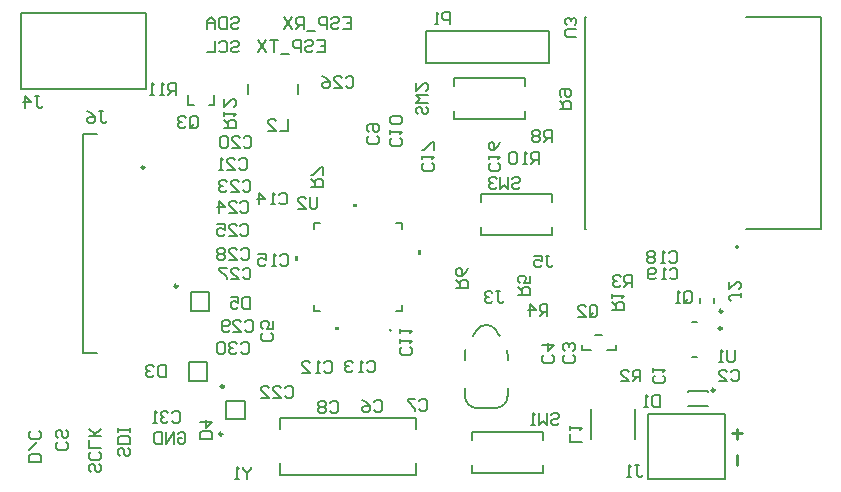
<source format=gbr>
%TF.GenerationSoftware,Altium Limited,Altium Designer,23.6.0 (18)*%
G04 Layer_Color=32896*
%FSLAX43Y43*%
%MOMM*%
%TF.SameCoordinates,6C6526E1-C053-4265-BDC0-CB623CBAD704*%
%TF.FilePolarity,Positive*%
%TF.FileFunction,Legend,Bot*%
%TF.Part,Single*%
G01*
G75*
%TA.AperFunction,NonConductor*%
%ADD51C,0.254*%
%ADD52C,0.200*%
%ADD53C,0.250*%
%ADD54C,0.152*%
%ADD55C,0.127*%
G36*
X27441Y15899D02*
Y15645D01*
X27059D01*
Y15899D01*
X27441D01*
D02*
G37*
G36*
X23899Y21941D02*
Y21559D01*
X23645D01*
Y21941D01*
X23899D01*
D02*
G37*
G36*
X28941Y26101D02*
Y26355D01*
X28559D01*
Y26101D01*
X28941D01*
D02*
G37*
G36*
X34101Y22441D02*
Y22059D01*
X34355D01*
Y22441D01*
X34101D01*
D02*
G37*
D51*
X61100Y4284D02*
Y5084D01*
X60720Y6925D02*
X61520D01*
X61100Y6490D02*
Y7290D01*
D52*
X61200Y22700D02*
G03*
X61200Y22700I-100J0D01*
G01*
X38078Y10073D02*
G03*
X39078Y9073I1000J0D01*
G01*
X38120Y13960D02*
G03*
X38078Y13673I958J-287D01*
G01*
X40694Y15684D02*
G03*
X39062Y15684I-816J-567D01*
G01*
X40678Y9073D02*
G03*
X41678Y10073I0J1000D01*
G01*
Y13673D02*
G03*
X41636Y13960I-1000J0D01*
G01*
X49117Y15255D02*
X49689D01*
X50853Y13955D02*
Y14378D01*
X47953Y13955D02*
X48739D01*
X50067D02*
X50853D01*
X47953D02*
Y14378D01*
X38656Y7084D02*
X44656D01*
X38656Y3584D02*
X44656D01*
Y6384D02*
Y7084D01*
X38656Y6384D02*
Y7084D01*
Y3584D02*
Y4284D01*
X44656Y3584D02*
Y4284D01*
X5775Y13725D02*
X6900D01*
X5775Y32275D02*
X6900D01*
X5775Y13725D02*
Y32275D01*
X57991Y17996D02*
Y18396D01*
X59191Y17996D02*
Y18396D01*
X53600Y3080D02*
Y8560D01*
Y3080D02*
X60100D01*
Y8560D01*
X53600D02*
X60100D01*
X39078Y9073D02*
X40678D01*
X38854Y15314D02*
X39062Y15684D01*
X38750Y15129D02*
X38854Y15314D01*
X40902D02*
X41006Y15129D01*
X40694Y15684D02*
X40902Y15314D01*
X38078Y13113D02*
Y13673D01*
Y10073D02*
X38078Y10773D01*
X41678D02*
X41678Y10073D01*
Y13113D02*
Y13673D01*
X22415Y3417D02*
X33965D01*
Y7267D02*
Y8267D01*
Y3417D02*
Y4417D01*
X22415Y8267D02*
X33965D01*
X22415Y7267D02*
Y8267D01*
Y3417D02*
Y4417D01*
X19744Y35643D02*
Y36493D01*
X23944Y35643D02*
Y36493D01*
X57267Y13359D02*
X57716D01*
X57267Y16359D02*
X57716D01*
X58635Y9218D02*
Y9283D01*
X56935Y9218D02*
X58635D01*
X56935D02*
Y9283D01*
X58635Y10453D02*
Y10518D01*
X56935D02*
X58635D01*
X56935Y10453D02*
Y10518D01*
X14854Y17322D02*
Y18922D01*
Y17322D02*
X16413D01*
X14854Y18922D02*
X16413D01*
Y17322D02*
Y18922D01*
X505Y36050D02*
X11065D01*
Y42550D01*
X505D02*
X11065D01*
X505Y36050D02*
Y42550D01*
X43124Y33510D02*
Y34210D01*
X37124Y33510D02*
Y34210D01*
Y36310D02*
Y37010D01*
X43124Y36310D02*
Y37010D01*
X37124Y33510D02*
X43124D01*
X37124Y37010D02*
X43124D01*
X45418Y23703D02*
Y24403D01*
X39418Y23703D02*
Y24403D01*
Y26503D02*
Y27203D01*
X45418Y26503D02*
Y27203D01*
X39418Y23703D02*
X45418D01*
X39418Y27203D02*
X45418D01*
X34745Y38280D02*
X45205D01*
Y40970D01*
X34745D02*
X45205D01*
X34745Y38280D02*
Y40970D01*
X16850Y34700D02*
Y35571D01*
X14650Y34700D02*
X15095D01*
X16404D02*
X16850D01*
X14650D02*
Y35571D01*
X14714Y11353D02*
Y12953D01*
Y11353D02*
X16274D01*
X14714Y12953D02*
X16274D01*
Y11353D02*
Y12953D01*
X17869Y9670D02*
X19469D01*
X17869Y8110D02*
Y9670D01*
X19469Y8110D02*
Y9670D01*
X17869Y8110D02*
X19469D01*
X48620Y16985D02*
Y17651D01*
X48786Y17818D01*
X49119D01*
X49286Y17651D01*
Y16985D01*
X49119Y16818D01*
X48786D01*
X48953Y17151D02*
X48620Y16818D01*
X48786D02*
X48620Y16985D01*
X47620Y16818D02*
X48286D01*
X47620Y17485D01*
Y17651D01*
X47787Y17818D01*
X48120D01*
X48286Y17651D01*
X18241Y40008D02*
X18408Y40175D01*
X18741D01*
X18908Y40008D01*
Y39842D01*
X18741Y39675D01*
X18408D01*
X18241Y39508D01*
Y39342D01*
X18408Y39175D01*
X18741D01*
X18908Y39342D01*
X17242Y40008D02*
X17408Y40175D01*
X17742D01*
X17908Y40008D01*
Y39342D01*
X17742Y39175D01*
X17408D01*
X17242Y39342D01*
X16909Y40175D02*
Y39175D01*
X16242D01*
X45331Y8461D02*
X45497Y8628D01*
X45831D01*
X45997Y8461D01*
Y8295D01*
X45831Y8128D01*
X45497D01*
X45331Y7961D01*
Y7795D01*
X45497Y7628D01*
X45831D01*
X45997Y7795D01*
X44998Y8628D02*
Y7628D01*
X44664Y7961D01*
X44331Y7628D01*
Y8628D01*
X43998Y7628D02*
X43665D01*
X43831D01*
Y8628D01*
X43998Y8461D01*
X25540Y40208D02*
X26207D01*
Y39208D01*
X25540D01*
X26207Y39708D02*
X25873D01*
X24540Y40042D02*
X24707Y40208D01*
X25040D01*
X25207Y40042D01*
Y39875D01*
X25040Y39708D01*
X24707D01*
X24540Y39542D01*
Y39375D01*
X24707Y39208D01*
X25040D01*
X25207Y39375D01*
X24207Y39208D02*
Y40208D01*
X23707D01*
X23541Y40042D01*
Y39708D01*
X23707Y39542D01*
X24207D01*
X23208Y39042D02*
X22541D01*
X22208Y40208D02*
X21541D01*
X21875D01*
Y39208D01*
X21208Y40208D02*
X20542Y39208D01*
Y40208D02*
X21208Y39208D01*
X2150Y4492D02*
X1150D01*
Y4992D01*
X1317Y5159D01*
X1983D01*
X2150Y4992D01*
Y4492D01*
X1150Y5492D02*
X1817Y6158D01*
X1983Y7158D02*
X2150Y6991D01*
Y6658D01*
X1983Y6491D01*
X1317D01*
X1150Y6658D01*
Y6991D01*
X1317Y7158D01*
X16623Y6422D02*
X15624D01*
Y6922D01*
X15790Y7088D01*
X16457D01*
X16623Y6922D01*
Y6422D01*
X15624Y7921D02*
X16623D01*
X16124Y7422D01*
Y8088D01*
X22841Y10758D02*
X23008Y10925D01*
X23341D01*
X23508Y10758D01*
Y10092D01*
X23341Y9925D01*
X23008D01*
X22841Y10092D01*
X21842Y9925D02*
X22508D01*
X21842Y10592D01*
Y10758D01*
X22008Y10925D01*
X22342D01*
X22508Y10758D01*
X20842Y9925D02*
X21509D01*
X20842Y10592D01*
Y10758D01*
X21009Y10925D01*
X21342D01*
X21509Y10758D01*
X19966Y4056D02*
Y3889D01*
X19633Y3556D01*
X19300Y3889D01*
Y4056D01*
X19633Y3556D02*
Y3056D01*
X18967D02*
X18634D01*
X18800D01*
Y4056D01*
X18967Y3889D01*
X30357Y9604D02*
X30523Y9771D01*
X30856D01*
X31023Y9604D01*
Y8938D01*
X30856Y8771D01*
X30523D01*
X30357Y8938D01*
X29357Y9771D02*
X29690Y9604D01*
X30023Y9271D01*
Y8938D01*
X29857Y8771D01*
X29524D01*
X29357Y8938D01*
Y9104D01*
X29524Y9271D01*
X30023D01*
X26654Y9511D02*
X26820Y9678D01*
X27153D01*
X27320Y9511D01*
Y8845D01*
X27153Y8678D01*
X26820D01*
X26654Y8845D01*
X26320Y9511D02*
X26154Y9678D01*
X25821D01*
X25654Y9511D01*
Y9345D01*
X25821Y9178D01*
X25654Y9011D01*
Y8845D01*
X25821Y8678D01*
X26154D01*
X26320Y8845D01*
Y9011D01*
X26154Y9178D01*
X26320Y9345D01*
Y9511D01*
X26154Y9178D02*
X25821D01*
X7058Y4334D02*
X7225Y4167D01*
Y3834D01*
X7058Y3667D01*
X6892D01*
X6725Y3834D01*
Y4167D01*
X6558Y4334D01*
X6392D01*
X6225Y4167D01*
Y3834D01*
X6392Y3667D01*
X7058Y5333D02*
X7225Y5167D01*
Y4834D01*
X7058Y4667D01*
X6392D01*
X6225Y4834D01*
Y5167D01*
X6392Y5333D01*
X7225Y5667D02*
X6225D01*
Y6333D01*
X7225Y6666D02*
X6225D01*
X6558D01*
X7225Y7333D01*
X6725Y6833D01*
X6225Y7333D01*
X4308Y6183D02*
X4475Y6017D01*
Y5684D01*
X4308Y5517D01*
X3642D01*
X3475Y5684D01*
Y6017D01*
X3642Y6183D01*
X4308Y7183D02*
X4475Y7016D01*
Y6683D01*
X4308Y6517D01*
X4142D01*
X3975Y6683D01*
Y7016D01*
X3808Y7183D01*
X3642D01*
X3475Y7016D01*
Y6683D01*
X3642Y6517D01*
X18266Y41983D02*
X18433Y42150D01*
X18766D01*
X18933Y41983D01*
Y41817D01*
X18766Y41650D01*
X18433D01*
X18266Y41483D01*
Y41317D01*
X18433Y41150D01*
X18766D01*
X18933Y41317D01*
X17933Y42150D02*
Y41150D01*
X17433D01*
X17267Y41317D01*
Y41983D01*
X17433Y42150D01*
X17933D01*
X16934Y41150D02*
Y41817D01*
X16600Y42150D01*
X16267Y41817D01*
Y41150D01*
Y41650D01*
X16934D01*
X9546Y5675D02*
X9712Y5509D01*
Y5175D01*
X9546Y5009D01*
X9379D01*
X9212Y5175D01*
Y5509D01*
X9046Y5675D01*
X8879D01*
X8713Y5509D01*
Y5175D01*
X8879Y5009D01*
X9712Y6008D02*
X8713D01*
Y6508D01*
X8879Y6675D01*
X9546D01*
X9712Y6508D01*
Y6008D01*
Y7008D02*
Y7341D01*
Y7175D01*
X8713D01*
Y7008D01*
Y7341D01*
X13741Y6858D02*
X13908Y7025D01*
X14241D01*
X14408Y6858D01*
Y6192D01*
X14241Y6025D01*
X13908D01*
X13741Y6192D01*
Y6525D01*
X14075D01*
X13408Y6025D02*
Y7025D01*
X12742Y6025D01*
Y7025D01*
X12409D02*
Y6025D01*
X11909D01*
X11742Y6192D01*
Y6858D01*
X11909Y7025D01*
X12409D01*
X7073Y34225D02*
X7407D01*
X7240D01*
Y33392D01*
X7407Y33225D01*
X7573D01*
X7740Y33392D01*
X6074Y34225D02*
X6407Y34058D01*
X6740Y33725D01*
Y33392D01*
X6574Y33225D01*
X6240D01*
X6074Y33392D01*
Y33558D01*
X6240Y33725D01*
X6740D01*
X27741Y42183D02*
X28407D01*
Y41183D01*
X27741D01*
X28407Y41683D02*
X28074D01*
X26741Y42017D02*
X26908Y42183D01*
X27241D01*
X27408Y42017D01*
Y41850D01*
X27241Y41683D01*
X26908D01*
X26741Y41517D01*
Y41350D01*
X26908Y41183D01*
X27241D01*
X27408Y41350D01*
X26408Y41183D02*
Y42183D01*
X25908D01*
X25742Y42017D01*
Y41683D01*
X25908Y41517D01*
X26408D01*
X25408Y41017D02*
X24742D01*
X24409Y41183D02*
Y42183D01*
X23909D01*
X23742Y42017D01*
Y41683D01*
X23909Y41517D01*
X24409D01*
X24075D02*
X23742Y41183D01*
X23409Y42183D02*
X22743Y41183D01*
Y42183D02*
X23409Y41183D01*
X40738Y18959D02*
X41072D01*
X40905D01*
Y18126D01*
X41072Y17959D01*
X41238D01*
X41405Y18126D01*
X40405Y18792D02*
X40239Y18959D01*
X39905D01*
X39739Y18792D01*
Y18626D01*
X39905Y18459D01*
X40072D01*
X39905D01*
X39739Y18292D01*
Y18126D01*
X39905Y17959D01*
X40239D01*
X40405Y18126D01*
X17664Y32762D02*
X18664D01*
Y33262D01*
X18497Y33429D01*
X18164D01*
X17997Y33262D01*
Y32762D01*
Y33096D02*
X17664Y33429D01*
Y33762D02*
Y34095D01*
Y33929D01*
X18664D01*
X18497Y33762D01*
X17664Y35262D02*
Y34595D01*
X18331Y35262D01*
X18497D01*
X18664Y35095D01*
Y34762D01*
X18497Y34595D01*
X25583Y26916D02*
Y26083D01*
X25416Y25916D01*
X25083D01*
X24917Y26083D01*
Y26916D01*
X23917Y25916D02*
X24583D01*
X23917Y26583D01*
Y26749D01*
X24084Y26916D01*
X24417D01*
X24583Y26749D01*
X36831Y41578D02*
Y42578D01*
X36332D01*
X36165Y42411D01*
Y42078D01*
X36332Y41911D01*
X36831D01*
X35832Y41578D02*
X35499D01*
X35665D01*
Y42578D01*
X35832Y42411D01*
X1691Y35450D02*
X2024D01*
X1857D01*
Y34617D01*
X2024Y34450D01*
X2190D01*
X2357Y34617D01*
X858Y34450D02*
Y35450D01*
X1357Y34950D01*
X691D01*
X52450Y4250D02*
X52783D01*
X52617D01*
Y3417D01*
X52783Y3250D01*
X52950D01*
X53116Y3417D01*
X52117Y3250D02*
X51784D01*
X51950D01*
Y4250D01*
X52117Y4083D01*
X47517Y40467D02*
X46684D01*
X46517Y40634D01*
Y40967D01*
X46684Y41133D01*
X47517D01*
X47350Y41467D02*
X47517Y41633D01*
Y41966D01*
X47350Y42133D01*
X47184D01*
X47017Y41966D01*
Y41800D01*
Y41966D01*
X46850Y42133D01*
X46684D01*
X46517Y41966D01*
Y41633D01*
X46684Y41467D01*
X60958Y13976D02*
Y13143D01*
X60791Y12976D01*
X60458D01*
X60292Y13143D01*
Y13976D01*
X59958Y12976D02*
X59625D01*
X59792D01*
Y13976D01*
X59958Y13809D01*
X42083Y28449D02*
X42250Y28616D01*
X42583D01*
X42750Y28449D01*
Y28283D01*
X42583Y28116D01*
X42250D01*
X42083Y27950D01*
Y27783D01*
X42250Y27616D01*
X42583D01*
X42750Y27783D01*
X41750Y28616D02*
Y27616D01*
X41417Y27950D01*
X41083Y27616D01*
Y28616D01*
X40750Y28449D02*
X40584Y28616D01*
X40250D01*
X40084Y28449D01*
Y28283D01*
X40250Y28116D01*
X40417D01*
X40250D01*
X40084Y27950D01*
Y27783D01*
X40250Y27616D01*
X40584D01*
X40750Y27783D01*
X34742Y34594D02*
X34909Y34427D01*
Y34094D01*
X34742Y33927D01*
X34576D01*
X34409Y34094D01*
Y34427D01*
X34242Y34594D01*
X34076D01*
X33909Y34427D01*
Y34094D01*
X34076Y33927D01*
X34909Y34927D02*
X33909D01*
X34242Y35260D01*
X33909Y35593D01*
X34909D01*
X33909Y36593D02*
Y35926D01*
X34576Y36593D01*
X34742D01*
X34909Y36426D01*
Y36093D01*
X34742Y35926D01*
X13616Y35574D02*
Y36573D01*
X13116D01*
X12950Y36407D01*
Y36074D01*
X13116Y35907D01*
X13616D01*
X13283D02*
X12950Y35574D01*
X12616D02*
X12283D01*
X12450D01*
Y36573D01*
X12616Y36407D01*
X11783Y35574D02*
X11450D01*
X11617D01*
Y36573D01*
X11783Y36407D01*
X44310Y29733D02*
Y30733D01*
X43810D01*
X43644Y30566D01*
Y30233D01*
X43810Y30066D01*
X44310D01*
X43977D02*
X43644Y29733D01*
X43311D02*
X42977D01*
X43144D01*
Y30733D01*
X43311Y30566D01*
X42477D02*
X42311Y30733D01*
X41978D01*
X41811Y30566D01*
Y29900D01*
X41978Y29733D01*
X42311D01*
X42477Y29900D01*
Y30566D01*
X46081Y34427D02*
X47081D01*
Y34927D01*
X46914Y35093D01*
X46581D01*
X46414Y34927D01*
Y34427D01*
Y34760D02*
X46081Y35093D01*
X46248Y35427D02*
X46081Y35593D01*
Y35926D01*
X46248Y36093D01*
X46914D01*
X47081Y35926D01*
Y35593D01*
X46914Y35427D01*
X46748D01*
X46581Y35593D01*
Y36093D01*
X45424Y31617D02*
Y32617D01*
X44924D01*
X44758Y32450D01*
Y32117D01*
X44924Y31950D01*
X45424D01*
X45091D02*
X44758Y31617D01*
X44424Y32450D02*
X44258Y32617D01*
X43925D01*
X43758Y32450D01*
Y32284D01*
X43925Y32117D01*
X43758Y31950D01*
Y31784D01*
X43925Y31617D01*
X44258D01*
X44424Y31784D01*
Y31950D01*
X44258Y32117D01*
X44424Y32284D01*
Y32450D01*
X44258Y32117D02*
X43925D01*
X25028Y27791D02*
X26028D01*
Y28290D01*
X25861Y28457D01*
X25528D01*
X25361Y28290D01*
Y27791D01*
Y28124D02*
X25028Y28457D01*
X26028Y28790D02*
Y29457D01*
X25861D01*
X25194Y28790D01*
X25028D01*
X37325Y19242D02*
X38325D01*
Y19742D01*
X38158Y19908D01*
X37825D01*
X37658Y19742D01*
Y19242D01*
Y19575D02*
X37325Y19908D01*
X38325Y20908D02*
X38158Y20575D01*
X37825Y20242D01*
X37492D01*
X37325Y20408D01*
Y20741D01*
X37492Y20908D01*
X37658D01*
X37825Y20741D01*
Y20242D01*
X42553Y18626D02*
X43553D01*
Y19126D01*
X43386Y19292D01*
X43053D01*
X42886Y19126D01*
Y18626D01*
Y18959D02*
X42553Y19292D01*
X43553Y20292D02*
Y19626D01*
X43053D01*
X43220Y19959D01*
Y20125D01*
X43053Y20292D01*
X42720D01*
X42553Y20125D01*
Y19792D01*
X42720Y19626D01*
X45058Y16883D02*
Y17883D01*
X44558D01*
X44392Y17716D01*
Y17383D01*
X44558Y17216D01*
X45058D01*
X44725D02*
X44392Y16883D01*
X43559D02*
Y17883D01*
X44058Y17383D01*
X43392D01*
X52247Y19304D02*
Y20304D01*
X51747D01*
X51580Y20137D01*
Y19804D01*
X51747Y19637D01*
X52247D01*
X51914D02*
X51580Y19304D01*
X51247Y20137D02*
X51081Y20304D01*
X50747D01*
X50581Y20137D01*
Y19971D01*
X50747Y19804D01*
X50914D01*
X50747D01*
X50581Y19637D01*
Y19471D01*
X50747Y19304D01*
X51081D01*
X51247Y19471D01*
X52933Y11325D02*
Y12325D01*
X52433D01*
X52267Y12158D01*
Y11825D01*
X52433Y11658D01*
X52933D01*
X52600D02*
X52267Y11325D01*
X51267D02*
X51933D01*
X51267Y11992D01*
Y12158D01*
X51434Y12325D01*
X51767D01*
X51933Y12158D01*
X50545Y17377D02*
X51545D01*
Y17876D01*
X51378Y18043D01*
X51045D01*
X50878Y17876D01*
Y17377D01*
Y17710D02*
X50545Y18043D01*
Y18376D02*
Y18709D01*
Y18543D01*
X51545D01*
X51378Y18376D01*
X14772Y32989D02*
Y33655D01*
X14939Y33822D01*
X15272D01*
X15439Y33655D01*
Y32989D01*
X15272Y32822D01*
X14939D01*
X15105Y33155D02*
X14772Y32822D01*
X14939D02*
X14772Y32989D01*
X14439Y33655D02*
X14272Y33822D01*
X13939D01*
X13772Y33655D01*
Y33489D01*
X13939Y33322D01*
X14106D01*
X13939D01*
X13772Y33155D01*
Y32989D01*
X13939Y32822D01*
X14272D01*
X14439Y32989D01*
X56600Y18126D02*
Y18792D01*
X56767Y18959D01*
X57100D01*
X57266Y18792D01*
Y18126D01*
X57100Y17959D01*
X56767D01*
X56933Y18292D02*
X56600Y17959D01*
X56767D02*
X56600Y18126D01*
X56267Y17959D02*
X55934D01*
X56100D01*
Y18959D01*
X56267Y18792D01*
X23086Y33550D02*
Y32550D01*
X22419D01*
X21420D02*
X22086D01*
X21420Y33217D01*
Y33383D01*
X21586Y33550D01*
X21920D01*
X22086Y33383D01*
X47998Y6203D02*
X46998D01*
Y6869D01*
Y7202D02*
Y7535D01*
Y7369D01*
X47998D01*
X47831Y7202D01*
X44894Y21978D02*
X45228D01*
X45061D01*
Y21145D01*
X45228Y20978D01*
X45394D01*
X45561Y21145D01*
X43895Y21978D02*
X44561D01*
Y21478D01*
X44228Y21644D01*
X44061D01*
X43895Y21478D01*
Y21145D01*
X44061Y20978D01*
X44395D01*
X44561Y21145D01*
X61445Y18782D02*
Y18449D01*
Y18616D01*
X60612D01*
X60445Y18449D01*
Y18283D01*
X60612Y18116D01*
X60445Y19782D02*
Y19116D01*
X61112Y19782D01*
X61278D01*
X61445Y19615D01*
Y19282D01*
X61278Y19116D01*
X19896Y18491D02*
Y17491D01*
X19396D01*
X19229Y17658D01*
Y18324D01*
X19396Y18491D01*
X19896D01*
X18229D02*
X18896D01*
Y17991D01*
X18563Y18158D01*
X18396D01*
X18229Y17991D01*
Y17658D01*
X18396Y17491D01*
X18729D01*
X18896Y17658D01*
X12771Y12692D02*
Y11692D01*
X12271D01*
X12105Y11859D01*
Y12525D01*
X12271Y12692D01*
X12771D01*
X11771Y12525D02*
X11605Y12692D01*
X11272D01*
X11105Y12525D01*
Y12359D01*
X11272Y12192D01*
X11438D01*
X11272D01*
X11105Y12025D01*
Y11859D01*
X11272Y11692D01*
X11605D01*
X11771Y11859D01*
X54566Y10175D02*
Y9175D01*
X54067D01*
X53900Y9342D01*
Y10008D01*
X54067Y10175D01*
X54566D01*
X53567Y9175D02*
X53234D01*
X53400D01*
Y10175D01*
X53567Y10008D01*
X13300Y8633D02*
X13466Y8800D01*
X13800D01*
X13966Y8633D01*
Y7967D01*
X13800Y7800D01*
X13466D01*
X13300Y7967D01*
X12967Y8633D02*
X12800Y8800D01*
X12467D01*
X12300Y8633D01*
Y8467D01*
X12467Y8300D01*
X12633D01*
X12467D01*
X12300Y8133D01*
Y7967D01*
X12467Y7800D01*
X12800D01*
X12967Y7967D01*
X11967Y7800D02*
X11634D01*
X11800D01*
Y8800D01*
X11967Y8633D01*
X19116Y14508D02*
X19283Y14675D01*
X19616D01*
X19783Y14508D01*
Y13842D01*
X19616Y13675D01*
X19283D01*
X19116Y13842D01*
X18783Y14508D02*
X18617Y14675D01*
X18283D01*
X18117Y14508D01*
Y14342D01*
X18283Y14175D01*
X18450D01*
X18283D01*
X18117Y14008D01*
Y13842D01*
X18283Y13675D01*
X18617D01*
X18783Y13842D01*
X17784Y14508D02*
X17617Y14675D01*
X17284D01*
X17117Y14508D01*
Y13842D01*
X17284Y13675D01*
X17617D01*
X17784Y13842D01*
Y14508D01*
X19475Y16332D02*
X19642Y16499D01*
X19975D01*
X20141Y16332D01*
Y15666D01*
X19975Y15499D01*
X19642D01*
X19475Y15666D01*
X18475Y15499D02*
X19142D01*
X18475Y16166D01*
Y16332D01*
X18642Y16499D01*
X18975D01*
X19142Y16332D01*
X18142Y15666D02*
X17975Y15499D01*
X17642D01*
X17476Y15666D01*
Y16332D01*
X17642Y16499D01*
X17975D01*
X18142Y16332D01*
Y16166D01*
X17975Y15999D01*
X17476D01*
X19103Y22436D02*
X19270Y22603D01*
X19603D01*
X19770Y22436D01*
Y21770D01*
X19603Y21603D01*
X19270D01*
X19103Y21770D01*
X18104Y21603D02*
X18770D01*
X18104Y22269D01*
Y22436D01*
X18270Y22603D01*
X18603D01*
X18770Y22436D01*
X17770D02*
X17604Y22603D01*
X17271D01*
X17104Y22436D01*
Y22269D01*
X17271Y22103D01*
X17104Y21936D01*
Y21770D01*
X17271Y21603D01*
X17604D01*
X17770Y21770D01*
Y21936D01*
X17604Y22103D01*
X17770Y22269D01*
Y22436D01*
X17604Y22103D02*
X17271D01*
X19248Y20792D02*
X19414Y20959D01*
X19748D01*
X19914Y20792D01*
Y20126D01*
X19748Y19959D01*
X19414D01*
X19248Y20126D01*
X18248Y19959D02*
X18915D01*
X18248Y20626D01*
Y20792D01*
X18415Y20959D01*
X18748D01*
X18915Y20792D01*
X17915Y20959D02*
X17249D01*
Y20792D01*
X17915Y20126D01*
Y19959D01*
X27966Y37008D02*
X28133Y37175D01*
X28466D01*
X28633Y37008D01*
Y36342D01*
X28466Y36175D01*
X28133D01*
X27966Y36342D01*
X26967Y36175D02*
X27633D01*
X26967Y36842D01*
Y37008D01*
X27133Y37175D01*
X27467D01*
X27633Y37008D01*
X25967Y37175D02*
X26300Y37008D01*
X26634Y36675D01*
Y36342D01*
X26467Y36175D01*
X26134D01*
X25967Y36342D01*
Y36508D01*
X26134Y36675D01*
X26634D01*
X19066Y24508D02*
X19233Y24675D01*
X19566D01*
X19733Y24508D01*
Y23842D01*
X19566Y23675D01*
X19233D01*
X19066Y23842D01*
X18067Y23675D02*
X18733D01*
X18067Y24342D01*
Y24508D01*
X18233Y24675D01*
X18567D01*
X18733Y24508D01*
X17067Y24675D02*
X17734D01*
Y24175D01*
X17400Y24342D01*
X17234D01*
X17067Y24175D01*
Y23842D01*
X17234Y23675D01*
X17567D01*
X17734Y23842D01*
X19066Y26458D02*
X19233Y26625D01*
X19566D01*
X19733Y26458D01*
Y25792D01*
X19566Y25625D01*
X19233D01*
X19066Y25792D01*
X18067Y25625D02*
X18733D01*
X18067Y26292D01*
Y26458D01*
X18233Y26625D01*
X18567D01*
X18733Y26458D01*
X17234Y25625D02*
Y26625D01*
X17734Y26125D01*
X17067D01*
X19247Y28179D02*
X19414Y28346D01*
X19747D01*
X19914Y28179D01*
Y27513D01*
X19747Y27346D01*
X19414D01*
X19247Y27513D01*
X18248Y27346D02*
X18914D01*
X18248Y28013D01*
Y28179D01*
X18414Y28346D01*
X18748D01*
X18914Y28179D01*
X17915D02*
X17748Y28346D01*
X17415D01*
X17248Y28179D01*
Y28013D01*
X17415Y27846D01*
X17581D01*
X17415D01*
X17248Y27679D01*
Y27513D01*
X17415Y27346D01*
X17748D01*
X17915Y27513D01*
X18927Y30083D02*
X19094Y30250D01*
X19427D01*
X19594Y30083D01*
Y29417D01*
X19427Y29250D01*
X19094D01*
X18927Y29417D01*
X17928Y29250D02*
X18594D01*
X17928Y29917D01*
Y30083D01*
X18094Y30250D01*
X18427D01*
X18594Y30083D01*
X17594Y29250D02*
X17261D01*
X17428D01*
Y30250D01*
X17594Y30083D01*
X19326Y31960D02*
X19492Y32126D01*
X19825D01*
X19992Y31960D01*
Y31293D01*
X19825Y31127D01*
X19492D01*
X19326Y31293D01*
X18326Y31127D02*
X18992D01*
X18326Y31793D01*
Y31960D01*
X18493Y32126D01*
X18826D01*
X18992Y31960D01*
X17993D02*
X17826Y32126D01*
X17493D01*
X17326Y31960D01*
Y31293D01*
X17493Y31127D01*
X17826D01*
X17993Y31293D01*
Y31960D01*
X55400Y20790D02*
X55566Y20956D01*
X55899D01*
X56066Y20790D01*
Y20123D01*
X55899Y19956D01*
X55566D01*
X55400Y20123D01*
X55066Y19956D02*
X54733D01*
X54900D01*
Y20956D01*
X55066Y20790D01*
X54233Y20123D02*
X54067Y19956D01*
X53734D01*
X53567Y20123D01*
Y20790D01*
X53734Y20956D01*
X54067D01*
X54233Y20790D01*
Y20623D01*
X54067Y20456D01*
X53567D01*
X55334Y22214D02*
X55501Y22380D01*
X55834D01*
X56001Y22214D01*
Y21547D01*
X55834Y21381D01*
X55501D01*
X55334Y21547D01*
X55001Y21381D02*
X54668D01*
X54835D01*
Y22380D01*
X55001Y22214D01*
X54168D02*
X54002Y22380D01*
X53668D01*
X53502Y22214D01*
Y22047D01*
X53668Y21880D01*
X53502Y21714D01*
Y21547D01*
X53668Y21381D01*
X54002D01*
X54168Y21547D01*
Y21714D01*
X54002Y21880D01*
X54168Y22047D01*
Y22214D01*
X54002Y21880D02*
X53668D01*
X35245Y29784D02*
X35412Y29617D01*
Y29284D01*
X35245Y29117D01*
X34579D01*
X34412Y29284D01*
Y29617D01*
X34579Y29784D01*
X34412Y30117D02*
Y30450D01*
Y30284D01*
X35412D01*
X35245Y30117D01*
X35412Y30950D02*
Y31617D01*
X35245D01*
X34579Y30950D01*
X34412D01*
X40905Y29784D02*
X41072Y29617D01*
Y29284D01*
X40905Y29117D01*
X40239D01*
X40072Y29284D01*
Y29617D01*
X40239Y29784D01*
X40072Y30117D02*
Y30450D01*
Y30284D01*
X41072D01*
X40905Y30117D01*
X41072Y31617D02*
X40905Y31283D01*
X40572Y30950D01*
X40239D01*
X40072Y31117D01*
Y31450D01*
X40239Y31617D01*
X40405D01*
X40572Y31450D01*
Y30950D01*
X22424Y21923D02*
X22590Y22090D01*
X22923D01*
X23090Y21923D01*
Y21257D01*
X22923Y21090D01*
X22590D01*
X22424Y21257D01*
X22090Y21090D02*
X21757D01*
X21924D01*
Y22090D01*
X22090Y21923D01*
X20591Y22090D02*
X21257D01*
Y21590D01*
X20924Y21757D01*
X20758D01*
X20591Y21590D01*
Y21257D01*
X20758Y21090D01*
X21091D01*
X21257Y21257D01*
X22300Y27139D02*
X22467Y27306D01*
X22800D01*
X22967Y27139D01*
Y26473D01*
X22800Y26306D01*
X22467D01*
X22300Y26473D01*
X21967Y26306D02*
X21634D01*
X21800D01*
Y27306D01*
X21967Y27139D01*
X20634Y26306D02*
Y27306D01*
X21134Y26806D01*
X20467D01*
X29791Y12922D02*
X29958Y13089D01*
X30291D01*
X30458Y12922D01*
Y12256D01*
X30291Y12089D01*
X29958D01*
X29791Y12256D01*
X29458Y12089D02*
X29125D01*
X29291D01*
Y13089D01*
X29458Y12922D01*
X28625D02*
X28458Y13089D01*
X28125D01*
X27958Y12922D01*
Y12756D01*
X28125Y12589D01*
X28292D01*
X28125D01*
X27958Y12423D01*
Y12256D01*
X28125Y12089D01*
X28458D01*
X28625Y12256D01*
X26108Y12905D02*
X26275Y13072D01*
X26608D01*
X26775Y12905D01*
Y12239D01*
X26608Y12072D01*
X26275D01*
X26108Y12239D01*
X25775Y12072D02*
X25442D01*
X25608D01*
Y13072D01*
X25775Y12905D01*
X24275Y12072D02*
X24942D01*
X24275Y12739D01*
Y12905D01*
X24442Y13072D01*
X24775D01*
X24942Y12905D01*
X33390Y14247D02*
X33556Y14080D01*
Y13747D01*
X33390Y13580D01*
X32723D01*
X32557Y13747D01*
Y14080D01*
X32723Y14247D01*
X32557Y14580D02*
Y14913D01*
Y14747D01*
X33556D01*
X33390Y14580D01*
X32557Y15413D02*
Y15746D01*
Y15580D01*
X33556D01*
X33390Y15413D01*
X32591Y31929D02*
X32758Y31762D01*
Y31429D01*
X32591Y31262D01*
X31925D01*
X31758Y31429D01*
Y31762D01*
X31925Y31929D01*
X31758Y32262D02*
Y32595D01*
Y32429D01*
X32758D01*
X32591Y32262D01*
Y33095D02*
X32758Y33262D01*
Y33595D01*
X32591Y33762D01*
X31925D01*
X31758Y33595D01*
Y33262D01*
X31925Y33095D01*
X32591D01*
X30650Y32091D02*
X30817Y31925D01*
Y31592D01*
X30650Y31425D01*
X29984D01*
X29817Y31592D01*
Y31925D01*
X29984Y32091D01*
Y32425D02*
X29817Y32591D01*
Y32924D01*
X29984Y33091D01*
X30650D01*
X30817Y32924D01*
Y32591D01*
X30650Y32425D01*
X30484D01*
X30317Y32591D01*
Y33091D01*
X34217Y9633D02*
X34383Y9800D01*
X34716D01*
X34883Y9633D01*
Y8967D01*
X34716Y8800D01*
X34383D01*
X34217Y8967D01*
X33883Y9800D02*
X33217D01*
Y9633D01*
X33883Y8967D01*
Y8800D01*
X21669Y15454D02*
X21836Y15288D01*
Y14955D01*
X21669Y14788D01*
X21003D01*
X20836Y14955D01*
Y15288D01*
X21003Y15454D01*
X21836Y16454D02*
Y15788D01*
X21336D01*
X21503Y16121D01*
Y16287D01*
X21336Y16454D01*
X21003D01*
X20836Y16287D01*
Y15954D01*
X21003Y15788D01*
X45404Y13549D02*
X45571Y13383D01*
Y13050D01*
X45404Y12883D01*
X44738D01*
X44571Y13050D01*
Y13383D01*
X44738Y13549D01*
X44571Y14382D02*
X45571D01*
X45071Y13883D01*
Y14549D01*
X47196Y13549D02*
X47363Y13383D01*
Y13050D01*
X47196Y12883D01*
X46530D01*
X46363Y13050D01*
Y13383D01*
X46530Y13549D01*
X47196Y13883D02*
X47363Y14049D01*
Y14382D01*
X47196Y14549D01*
X47030D01*
X46863Y14382D01*
Y14216D01*
Y14382D01*
X46696Y14549D01*
X46530D01*
X46363Y14382D01*
Y14049D01*
X46530Y13883D01*
X60623Y12158D02*
X60789Y12325D01*
X61122D01*
X61289Y12158D01*
Y11492D01*
X61122Y11325D01*
X60789D01*
X60623Y11492D01*
X59623Y11325D02*
X60289D01*
X59623Y11992D01*
Y12158D01*
X59790Y12325D01*
X60123D01*
X60289Y12158D01*
X54808Y11825D02*
X54975Y11658D01*
Y11325D01*
X54808Y11159D01*
X54142D01*
X53975Y11325D01*
Y11658D01*
X54142Y11825D01*
X53975Y12158D02*
Y12491D01*
Y12325D01*
X54975D01*
X54808Y12158D01*
D53*
X10925Y29450D02*
G03*
X10925Y29450I-125J0D01*
G01*
X59866Y17271D02*
G03*
X59866Y17271I-125J0D01*
G01*
X59817Y15809D02*
G03*
X59817Y15809I-125J0D01*
G01*
X59212Y10586D02*
G03*
X59212Y10586I-125J0D01*
G01*
X13726Y19392D02*
G03*
X13726Y19392I-125J0D01*
G01*
X17651Y10883D02*
G03*
X17651Y10883I-125J0D01*
G01*
X17524Y6858D02*
G03*
X17524Y6858I-125J0D01*
G01*
D54*
X31826Y15649D02*
G03*
X31826Y15649I-76J0D01*
G01*
X25279Y17279D02*
Y17765D01*
Y24721D02*
X25765D01*
X32721Y24235D02*
Y24721D01*
X32235Y17279D02*
X32721D01*
X25279D02*
X25765D01*
X25279Y24235D02*
Y24721D01*
X32235D02*
X32721D01*
Y17279D02*
Y17765D01*
X48771Y6490D02*
Y9026D01*
X52429Y6490D02*
Y9026D01*
D55*
X48200Y24200D02*
X48330D01*
X48200Y42200D02*
X48330D01*
X61870Y24200D02*
X68200D01*
X48200D02*
Y42200D01*
X61870D02*
X68200D01*
Y24200D02*
Y42200D01*
%TF.MD5,2bc573bea9366f839f18870de92e5b48*%
M02*

</source>
